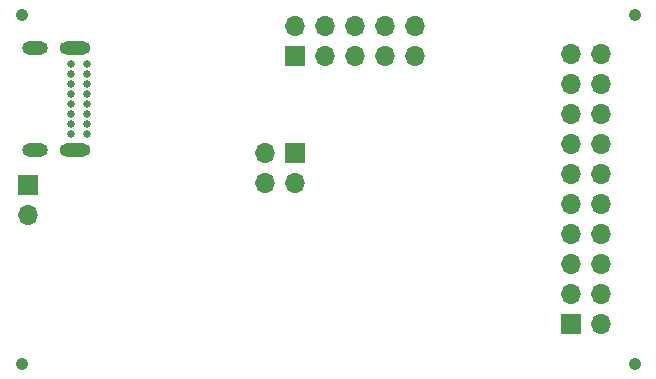
<source format=gbr>
%TF.GenerationSoftware,KiCad,Pcbnew,7.0.6*%
%TF.CreationDate,2023-07-24T13:39:50-06:00*%
%TF.ProjectId,PuyoPuya,5075796f-5075-4796-912e-6b696361645f,rev?*%
%TF.SameCoordinates,Original*%
%TF.FileFunction,Soldermask,Bot*%
%TF.FilePolarity,Negative*%
%FSLAX46Y46*%
G04 Gerber Fmt 4.6, Leading zero omitted, Abs format (unit mm)*
G04 Created by KiCad (PCBNEW 7.0.6) date 2023-07-24 13:39:50*
%MOMM*%
%LPD*%
G01*
G04 APERTURE LIST*
%ADD10O,1.700000X1.700000*%
%ADD11R,1.700000X1.700000*%
%ADD12C,0.660400*%
%ADD13O,2.616200X1.117600*%
%ADD14O,2.200000X1.120000*%
%ADD15C,1.050000*%
G04 APERTURE END LIST*
D10*
%TO.C,J4*%
X130810000Y-62941200D03*
X130810000Y-60401200D03*
X133350000Y-62941200D03*
D11*
X133350000Y-60401200D03*
%TD*%
D12*
%TO.C,J3*%
X115687901Y-52854200D03*
X115687901Y-53704201D03*
X115687901Y-54554199D03*
X115687901Y-55404200D03*
X115687901Y-56254201D03*
X115687901Y-57104202D03*
X115687901Y-57954200D03*
X115687901Y-58804201D03*
X114337901Y-58804201D03*
X114337901Y-57954200D03*
X114337901Y-57104202D03*
X114337901Y-56254201D03*
X114337901Y-55404200D03*
X114337901Y-54554199D03*
X114337901Y-53704201D03*
X114337901Y-52854200D03*
D13*
X114707900Y-51504200D03*
D14*
X111322901Y-51504215D03*
D13*
X114707901Y-60154185D03*
D14*
X111322901Y-60154185D03*
%TD*%
D11*
%TO.C,JP1*%
X110744000Y-63093600D03*
D10*
X110744000Y-65633600D03*
%TD*%
D15*
%TO.C,REF\u002A\u002A*%
X162084000Y-78264000D03*
%TD*%
%TO.C,REF\u002A\u002A*%
X110204000Y-78264000D03*
%TD*%
D11*
%TO.C,J1*%
X156718000Y-74930000D03*
D10*
X159258000Y-74930000D03*
X156718000Y-72390000D03*
X159258000Y-72390000D03*
X156718000Y-69850000D03*
X159258000Y-69850000D03*
X156718000Y-67310000D03*
X159258000Y-67310000D03*
X156718000Y-64770000D03*
X159258000Y-64770000D03*
X156718000Y-62230000D03*
X159258000Y-62230000D03*
X156718000Y-59690000D03*
X159258000Y-59690000D03*
X156718000Y-57150000D03*
X159258000Y-57150000D03*
X156718000Y-54610000D03*
X159258000Y-54610000D03*
X156718000Y-52070000D03*
X159258000Y-52070000D03*
%TD*%
D11*
%TO.C,J2*%
X133355000Y-52197000D03*
D10*
X133355000Y-49657000D03*
X135895000Y-52197000D03*
X135895000Y-49657000D03*
X138435000Y-52197000D03*
X138435000Y-49657000D03*
X140975000Y-52197000D03*
X140975000Y-49657000D03*
X143515000Y-52197000D03*
X143515000Y-49657000D03*
%TD*%
D15*
%TO.C,REF\u002A\u002A*%
X162084000Y-48736000D03*
%TD*%
%TO.C,REF\u002A\u002A*%
X110204000Y-48736000D03*
%TD*%
M02*

</source>
